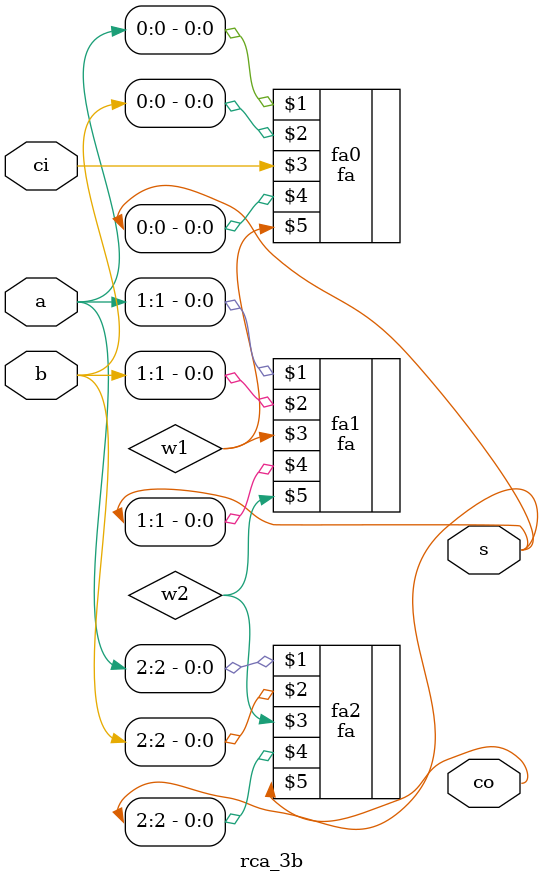
<source format=v>
module rca_3b(a,b,ci,s,co);
  input [2:0] a,b;
  input ci;
  output [2:0] s;
  output co;

  wire w1,w2;
  fa fa0(a[0],b[0],ci,s[0],w1);
  fa fa1(a[1],b[1],w1,s[1],w2);
  fa fa2(a[2],b[2],w2,s[2],co);

endmodule

</source>
